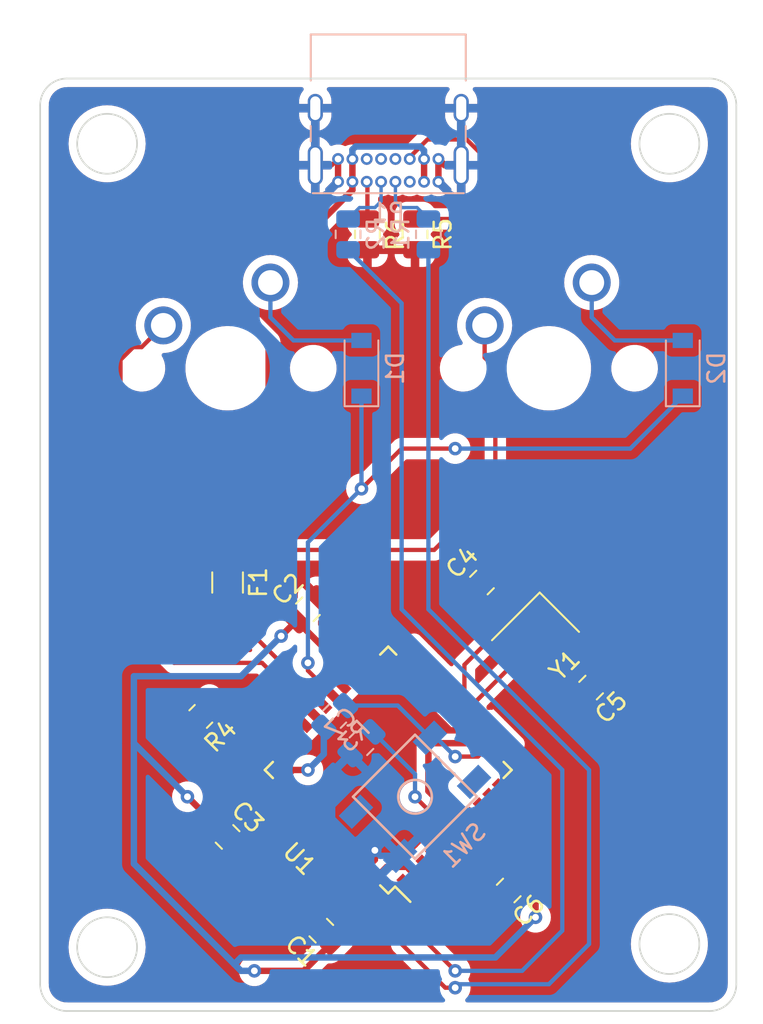
<source format=kicad_pcb>
(kicad_pcb (version 20211014) (generator pcbnew)
  (layers (0 "F.Cu" signal) (31 "B.Cu" signal) (34 "B.Paste" user) (35 "F.Paste" user) (36 "B.SilkS" user "B.Silkscreen") (37 "F.SilkS" user "F.Silkscreen") (38 "B.Mask" user) (39 "F.Mask" user) (44 "Edge.Cuts" user))
  (net 0 "")
  (net 1 "+5V")
  (net 2 "GND")
  (net 3 "Net-(C4-Pad2)")
  (net 4 "Net-(C5-Pad2)")
  (net 5 "Net-(C7-Pad1)")
  (net 6 "Row 0")
  (net 7 "Net-(D1-Pad2)")
  (net 8 "Net-(D2-Pad2)")
  (net 9 "VCC")
  (net 10 "Col 0")
  (net 11 "Col 1")
  (net 12 "Net-(R6-Pad1)")
  (net 13 "D+")
  (net 14 "D-")
  (net 15 "Net-(R5-Pad1)")
  (net 16 "Net-(R1-Pad2)")
  (net 17 "Net-(R2-Pad1)")
  (net 18 "Net-(R3-Pad2)")
  (net 19 "Net-(R4-Pad1)")
  (footprint "Resistor_SMD:R_0805_2012Metric" (layer "F.Cu") (at 109.5375 100.0125 -135)
    (fp_text reference "R4" (at 0 -1.65 45) (layer "F.SilkS"))
    (fp_text value "10k")
    (fp_line (start -0.227064 0.735) (end 0.227064 0.735) (layer "F.SilkS") (width 0.12))
    (fp_line (start -0.227064 -0.735) (end 0.227064 -0.735) (layer "F.SilkS") (width 0.12))
    (pad "1" smd roundrect (at -0.9125 0 225) (size 1.025 1.4) (layers "F.Cu" "F.Paste" "F.Mask") (roundrect_rratio 0.243902) (net 19 "Net-(R4-Pad1)"))
    (pad "2" smd roundrect (at 0.9125 0 225) (size 1.025 1.4) (layers "F.Cu" "F.Paste" "F.Mask") (roundrect_rratio 0.243902) (net 2 "GND"))
  )
  (footprint "Resistor_SMD:R_0805_2012Metric" (layer "F.Cu") (at 119.415 71.4375 -90)
    (fp_text reference "R6" (at 0 -1.65 90) (layer "F.SilkS"))
    (fp_text value "5.1k")
    (fp_line (start -0.227064 -0.735) (end 0.227064 -0.735) (layer "F.SilkS") (width 0.12))
    (fp_line (start -0.227064 0.735) (end 0.227064 0.735) (layer "F.SilkS") (width 0.12))
    (pad "1" smd roundrect (at -0.9125 0 270) (size 1.025 1.4) (layers "F.Cu" "F.Paste" "F.Mask") (roundrect_rratio 0.243902) (net 12 "Net-(R6-Pad1)"))
    (pad "2" smd roundrect (at 0.9125 0 270) (size 1.025 1.4) (layers "F.Cu" "F.Paste" "F.Mask") (roundrect_rratio 0.243902) (net 2 "GND"))
  )
  (footprint "Capacitor_SMD:C_0805_2012Metric" (layer "F.Cu") (at 111.125 107.15625 -45)
    (fp_text reference "C3" (at 0 -1.68 135) (layer "F.SilkS"))
    (fp_text value "0.1uF")
    (fp_line (start -0.261252 -0.735) (end 0.261252 -0.735) (layer "F.SilkS") (width 0.12))
    (fp_line (start -0.261252 0.735) (end 0.261252 0.735) (layer "F.SilkS") (width 0.12))
    (pad "1" smd roundrect (at -0.95 0 315) (size 1 1.45) (layers "F.Cu" "F.Paste" "F.Mask") (net 1 "+5V"))
    (pad "2" smd roundrect (at 0.95 0 315) (size 1 1.45) (layers "F.Cu" "F.Paste" "F.Mask") (net 2 "GND"))
  )
  (footprint "Fuse:Fuse_1206_3216Metric" (layer "F.Cu") (at 111.125 92.075 -90)
    (fp_text reference "F1" (at 0 -1.82 90) (layer "F.SilkS"))
    (fp_text value "Polyfuse_Small")
    (fp_line (start -0.602064 0.91) (end 0.602064 0.91) (layer "F.SilkS") (width 0.12))
    (fp_line (start -0.602064 -0.91) (end 0.602064 -0.91) (layer "F.SilkS") (width 0.12))
    (pad "1" smd roundrect (at -1.4 0 270) (size 1.25 1.75) (layers "F.Cu" "F.Paste" "F.Mask") (roundrect_rratio 0.2) (net 9 "VCC"))
    (pad "2" smd roundrect (at 1.4 0 270) (size 1.25 1.75) (layers "F.Cu" "F.Paste" "F.Mask") (roundrect_rratio 0.2) (net 1 "+5V"))
  )
  (footprint "Capacitor_SMD:C_0805_2012Metric" (layer "F.Cu") (at 126.20625 92.075 45)
    (fp_text reference "C4" (at 0 -1.68 45) (layer "F.SilkS"))
    (fp_text value "22pF")
    (fp_line (start -0.261252 0.735) (end 0.261252 0.735) (layer "F.SilkS") (width 0.12))
    (fp_line (start -0.261252 -0.735) (end 0.261252 -0.735) (layer "F.SilkS") (width 0.12))
    (pad "1" smd roundrect (at -0.95 0 45) (size 1 1.45) (layers "F.Cu" "F.Paste" "F.Mask") (net 2 "GND"))
    (pad "2" smd roundrect (at 0.95 0 45) (size 1 1.45) (layers "F.Cu" "F.Paste" "F.Mask") (net 3 "Net-(C4-Pad2)"))
  )
  (footprint "Capacitor_SMD:C_0805_2012Metric" (layer "F.Cu") (at 132.678249 98.303001 -135)
    (fp_text reference "C5" (at 0 -1.68 45) (layer "F.SilkS"))
    (fp_text value "22pF")
    (fp_line (start -0.261252 0.735) (end 0.261252 0.735) (layer "F.SilkS") (width 0.12))
    (fp_line (start -0.261252 -0.735) (end 0.261252 -0.735) (layer "F.SilkS") (width 0.12))
    (pad "1" smd roundrect (at -0.95 0 225) (size 1 1.45) (layers "F.Cu" "F.Paste" "F.Mask") (net 2 "GND"))
    (pad "2" smd roundrect (at 0.95 0 225) (size 1 1.45) (layers "F.Cu" "F.Paste" "F.Mask") (net 4 "Net-(C5-Pad2)"))
  )
  (footprint "Capacitor_SMD:C_0805_2012Metric" (layer "F.Cu") (at 115.8875 93.6625 45)
    (fp_text reference "C2" (at 0 -1.68 45) (layer "F.SilkS"))
    (fp_text value "0.1uF")
    (fp_line (start -0.261252 -0.735) (end 0.261252 -0.735) (layer "F.SilkS") (width 0.12))
    (fp_line (start -0.261252 0.735) (end 0.261252 0.735) (layer "F.SilkS") (width 0.12))
    (pad "1" smd roundrect (at -0.95 0 45) (size 1 1.45) (layers "F.Cu" "F.Paste" "F.Mask") (net 1 "+5V"))
    (pad "2" smd roundrect (at 0.95 0 45) (size 1 1.45) (layers "F.Cu" "F.Paste" "F.Mask") (net 2 "GND"))
  )
  (footprint "MX_Only:MXOnly-1U-NoLED" (layer "F.Cu") (at 130.175 79.375)
    (fp_text reference "MX2")
    (fp_text value "MX-NoLED")
    (pad "" np_thru_hole circle locked (at 5.08 0 48.0996) (size 1.75 1.75) (drill 1.75) (layers *.Cu *.Mask))
    (pad "" np_thru_hole circle locked (at 0 0) (size 3.9878 3.9878) (drill 3.9878) (layers *.Cu *.Mask))
    (pad "" np_thru_hole circle locked (at -5.08 0 48.0996) (size 1.75 1.75) (drill 1.75) (layers *.Cu *.Mask))
    (pad "1" thru_hole circle locked (at -3.81 -2.54) (size 2.25 2.25) (drill 1.47) (layers *.Cu "B.Mask") (net 11 "Col 1"))
    (pad "2" thru_hole circle locked (at 2.54 -5.08) (size 2.25 2.25) (drill 1.47) (layers *.Cu "B.Mask") (net 8 "Net-(D2-Pad2)"))
  )
  (footprint "Crystal:Crystal_SMD_3225-4Pin_3.2x2.5mm" (layer "F.Cu") (at 129.38125 95.25 -135)
    (fp_text reference "Y1" (at 0 -2.45 45) (layer "F.SilkS"))
    (fp_text value "16MHz")
    (fp_line (start -2 1.65) (end 2 1.65) (layer "F.SilkS") (width 0.12))
    (fp_line (start -2 -1.65) (end -2 1.65) (layer "F.SilkS") (width 0.12))
    (pad "1" smd rect (at -1.1 0.85 225) (size 1.4 1.2) (layers "F.Cu" "F.Paste" "F.Mask") (net 3 "Net-(C4-Pad2)"))
    (pad "2" smd rect (at 1.1 0.85 225) (size 1.4 1.2) (layers "F.Cu" "F.Paste" "F.Mask") (net 2 "GND"))
    (pad "3" smd rect (at 1.1 -0.85 225) (size 1.4 1.2) (layers "F.Cu" "F.Paste" "F.Mask") (net 4 "Net-(C5-Pad2)"))
    (pad "4" smd rect (at -1.1 -0.85 225) (size 1.4 1.2) (layers "F.Cu" "F.Paste" "F.Mask") (net 2 "GND"))
  )
  (footprint "Capacitor_SMD:C_0805_2012Metric" (layer "F.Cu") (at 127.79375 110.33125 -135)
    (fp_text reference "C6" (at 0 -1.68 45) (layer "F.SilkS"))
    (fp_text value "10uF")
    (fp_line (start -0.261252 0.735) (end 0.261252 0.735) (layer "F.SilkS") (width 0.12))
    (fp_line (start -0.261252 -0.735) (end 0.261252 -0.735) (layer "F.SilkS") (width 0.12))
    (pad "1" smd roundrect (at -0.95 0 225) (size 1 1.45) (layers "F.Cu" "F.Paste" "F.Mask") (net 1 "+5V"))
    (pad "2" smd roundrect (at 0.95 0 225) (size 1 1.45) (layers "F.Cu" "F.Paste" "F.Mask") (net 2 "GND"))
  )
  (footprint "Capacitor_SMD:C_0805_2012Metric" (layer "F.Cu") (at 116.68125 112.7125 135)
    (fp_text reference "C1" (at 0 -1.68 135) (layer "F.SilkS"))
    (fp_text value "0.1uF")
    (fp_line (start -0.261252 0.735) (end 0.261252 0.735) (layer "F.SilkS") (width 0.12))
    (fp_line (start -0.261252 -0.735) (end 0.261252 -0.735) (layer "F.SilkS") (width 0.12))
    (pad "1" smd roundrect (at -0.95 0 135) (size 1 1.45) (layers "F.Cu" "F.Paste" "F.Mask") (net 1 "+5V"))
    (pad "2" smd roundrect (at 0.95 0 135) (size 1 1.45) (layers "F.Cu" "F.Paste" "F.Mask") (net 2 "GND"))
  )
  (footprint "Resistor_SMD:R_0805_2012Metric" (layer "F.Cu") (at 122.2375 71.4375 -90)
    (fp_text reference "R5" (at 0 -1.65 90) (layer "F.SilkS"))
    (fp_text value "5.1k")
    (fp_line (start -0.227064 0.735) (end 0.227064 0.735) (layer "F.SilkS") (width 0.12))
    (fp_line (start -0.227064 -0.735) (end 0.227064 -0.735) (layer "F.SilkS") (width 0.12))
    (pad "1" smd roundrect (at -0.9125 0 270) (size 1.025 1.4) (layers "F.Cu" "F.Paste" "F.Mask") (roundrect_rratio 0.243902) (net 15 "Net-(R5-Pad1)"))
    (pad "2" smd roundrect (at 0.9125 0 270) (size 1.025 1.4) (layers "F.Cu" "F.Paste" "F.Mask") (roundrect_rratio 0.243902) (net 2 "GND"))
  )
  (footprint "Package_QFP:TQFP-44_10x10mm_P0.8mm" (layer "F.Cu") (at 120.65 103.1875 135)
    (fp_text reference "U1" (at 0 -7.45 135) (layer "F.SilkS"))
    (fp_text value "ATmega32U4-A")
    (fp_line (start -5.175 5.175) (end -5.175 4.5) (layer "F.SilkS") (width 0.15))
    (fp_line (start -5.175 -4.6) (end -6.45 -4.6) (layer "F.SilkS") (width 0.15))
    (fp_line (start 5.175 -5.175) (end 5.175 -4.5) (layer "F.SilkS") (width 0.15))
    (fp_line (start -5.175 5.175) (end -4.5 5.175) (layer "F.SilkS") (width 0.15))
    (fp_line (start 5.175 -5.175) (end 4.5 -5.175) (layer "F.SilkS") (width 0.15))
    (fp_line (start -5.175 -5.175) (end -5.175 -4.6) (layer "F.SilkS") (width 0.15))
    (fp_line (start 5.175 5.175) (end 4.5 5.175) (layer "F.SilkS") (width 0.15))
    (fp_line (start 5.175 5.175) (end 5.175 4.5) (layer "F.SilkS") (width 0.15))
    (fp_line (start -5.175 -5.175) (end -4.5 -5.175) (layer "F.SilkS") (width 0.15))
    (pad "1" smd rect (at -5.7 -4 135) (size 1.5 0.55) (layers "F.Cu" "F.Paste" "F.Mask"))
    (pad "2" smd rect (at -5.7 -3.2 135) (size 1.5 0.55) (layers "F.Cu" "F.Paste" "F.Mask") (net 1 "+5V"))
    (pad "3" smd rect (at -5.7 -2.4 135) (size 1.5 0.55) (layers "F.Cu" "F.Paste" "F.Mask") (net 16 "Net-(R1-Pad2)"))
    (pad "4" smd rect (at -5.7 -1.6 135) (size 1.5 0.55) (layers "F.Cu" "F.Paste" "F.Mask") (net 17 "Net-(R2-Pad1)"))
    (pad "5" smd rect (at -5.7 -0.8 135) (size 1.5 0.55) (layers "F.Cu" "F.Paste" "F.Mask") (net 2 "GND"))
    (pad "6" smd rect (at -5.7 0 135) (size 1.5 0.55) (layers "F.Cu" "F.Paste" "F.Mask") (net 5 "Net-(C7-Pad1)"))
    (pad "7" smd rect (at -5.7 0.8 135) (size 1.5 0.55) (layers "F.Cu" "F.Paste" "F.Mask") (net 1 "+5V"))
    (pad "8" smd rect (at -5.7 1.6 135) (size 1.5 0.55) (layers "F.Cu" "F.Paste" "F.Mask"))
    (pad "9" smd rect (at -5.7 2.4 135) (size 1.5 0.55) (layers "F.Cu" "F.Paste" "F.Mask"))
    (pad "10" smd rect (at -5.7 3.2 135) (size 1.5 0.55) (layers "F.Cu" "F.Paste" "F.Mask"))
    (pad "11" smd rect (at -5.7 4 135) (size 1.5 0.55) (layers "F.Cu" "F.Paste" "F.Mask"))
    (pad "12" smd rect (at -4 5.7 225) (size 1.5 0.55) (layers "F.Cu" "F.Paste" "F.Mask"))
    (pad "13" smd rect (at -3.2 5.7 225) (size 1.5 0.55) (layers "F.Cu" "F.Paste" "F.Mask") (net 18 "Net-(R3-Pad2)"))
    (pad "14" smd rect (at -2.4 5.7 225) (size 1.5 0.55) (layers "F.Cu" "F.Paste" "F.Mask") (net 1 "+5V"))
    (pad "15" smd rect (at -1.6 5.7 225) (size 1.5 0.55) (layers "F.Cu" "F.Paste" "F.Mask") (net 2 "GND"))
    (pad "16" smd rect (at -0.8 5.7 225) (size 1.5 0.55) (layers "F.Cu" "F.Paste" "F.Mask") (net 4 "Net-(C5-Pad2)"))
    (pad "17" smd rect (at 0 5.7 225) (size 1.5 0.55) (layers "F.Cu" "F.Paste" "F.Mask") (net 3 "Net-(C4-Pad2)"))
    (pad "18" smd rect (at 0.8 5.7 225) (size 1.5 0.55) (layers "F.Cu" "F.Paste" "F.Mask"))
    (pad "19" smd rect (at 1.6 5.7 225) (size 1.5 0.55) (layers "F.Cu" "F.Paste" "F.Mask"))
    (pad "20" smd rect (at 2.4 5.7 225) (size 1.5 0.55) (layers "F.Cu" "F.Paste" "F.Mask"))
    (pad "21" smd rect (at 3.2 5.7 225) (size 1.5 0.55) (layers "F.Cu" "F.Paste" "F.Mask"))
    (pad "22" smd rect (at 4 5.7 225) (size 1.5 0.55) (layers "F.Cu" "F.Paste" "F.Mask"))
    (pad "23" smd rect (at 5.7 4 135) (size 1.5 0.55) (layers "F.Cu" "F.Paste" "F.Mask") (net 2 "GND"))
    (pad "24" smd rect (at 5.7 3.2 135) (size 1.5 0.55) (layers "F.Cu" "F.Paste" "F.Mask") (net 1 "+5V"))
    (pad "25" smd rect (at 5.7 2.4 135) (size 1.5 0.55) (layers "F.Cu" "F.Paste" "F.Mask"))
    (pad "26" smd rect (at 5.7 1.6 135) (size 1.5 0.55) (layers "F.Cu" "F.Paste" "F.Mask"))
    (pad "27" smd rect (at 5.7 0.8 135) (size 1.5 0.55) (layers "F.Cu" "F.Paste" "F.Mask") (net 6 "Row 0"))
    (pad "28" smd rect (at 5.7 0 135) (size 1.5 0.55) (layers "F.Cu" "F.Paste" "F.Mask") (net 11 "Col 1"))
    (pad "29" smd rect (at 5.7 -0.8 135) (size 1.5 0.55) (layers "F.Cu" "F.Paste" "F.Mask") (net 10 "Col 0"))
    (pad "30" smd rect (at 5.7 -1.6 135) (size 1.5 0.55) (layers "F.Cu" "F.Paste" "F.Mask"))
    (pad "31" smd rect (at 5.7 -2.4 135) (size 1.5 0.55) (layers "F.Cu" "F.Paste" "F.Mask"))
    (pad "32" smd rect (at 5.7 -3.2 135) (size 1.5 0.55) (layers "F.Cu" "F.Paste" "F.Mask"))
    (pad "33" smd rect (at 5.7 -4 135) (size 1.5 0.55) (layers "F.Cu" "F.Paste" "F.Mask") (net 19 "Net-(R4-Pad1)"))
    (pad "34" smd rect (at 4 -5.7 225) (size 1.5 0.55) (layers "F.Cu" "F.Paste" "F.Mask") (net 1 "+5V"))
    (pad "35" smd rect (at 3.2 -5.7 225) (size 1.5 0.55) (layers "F.Cu" "F.Paste" "F.Mask") (net 2 "GND"))
    (pad "36" smd rect (at 2.4 -5.7 225) (size 1.5 0.55) (layers "F.Cu" "F.Paste" "F.Mask"))
    (pad "37" smd rect (at 1.6 -5.7 225) (size 1.5 0.55) (layers "F.Cu" "F.Paste" "F.Mask"))
    (pad "38" smd rect (at 0.8 -5.7 225) (size 1.5 0.55) (layers "F.Cu" "F.Paste" "F.Mask"))
    (pad "39" smd rect (at 0 -5.7 225) (size 1.5 0.55) (layers "F.Cu" "F.Paste" "F.Mask"))
    (pad "40" smd rect (at -0.8 -5.7 225) (size 1.5 0.55) (layers "F.Cu" "F.Paste" "F.Mask"))
    (pad "41" smd rect (at -1.6 -5.7 225) (size 1.5 0.55) (layers "F.Cu" "F.Paste" "F.Mask"))
    (pad "42" smd rect (at -2.4 -5.7 225) (size 1.5 0.55) (layers "F.Cu" "F.Paste" "F.Mask"))
    (pad "43" smd rect (at -3.2 -5.7 225) (size 1.5 0.55) (layers "F.Cu" "F.Paste" "F.Mask") (net 2 "GND"))
    (pad "44" smd rect (at -4 -5.7 225) (size 1.5 0.55) (layers "F.Cu" "F.Paste" "F.Mask") (net 1 "+5V"))
  )
  (footprint "MX_Only:MXOnly-1U-NoLED" (layer "F.Cu") (at 111.125 79.375)
    (fp_text reference "MX1")
    (fp_text value "MX-NoLED")
    (pad "" np_thru_hole circle locked (at 5.08 0 48.0996) (size 1.75 1.75) (drill 1.75) (layers *.Cu *.Mask))
    (pad "" np_thru_hole circle locked (at -5.08 0 48.0996) (size 1.75 1.75) (drill 1.75) (layers *.Cu *.Mask))
    (pad "" np_thru_hole circle locked (at 0 0) (size 3.9878 3.9878) (drill 3.9878) (layers *.Cu *.Mask))
    (pad "1" thru_hole circle locked (at -3.81 -2.54) (size 2.25 2.25) (drill 1.47) (layers *.Cu "B.Mask") (net 10 "Col 0"))
    (pad "2" thru_hole circle locked (at 2.54 -5.08) (size 2.25 2.25) (drill 1.47) (layers *.Cu "B.Mask") (net 7 "Net-(D1-Pad2)"))
  )
  (footprint "Resistor_SMD:R_0805_2012Metric" (layer "B.Cu") (at 117.475 100.0125 45)
    (fp_text reference "R3" (at 0 1.65 45) (layer "B.SilkS") (effects (justify mirror)))
    (fp_text value "10k")
    (fp_line (start -0.227064 0.735) (end 0.227064 0.735) (layer "B.SilkS") (width 0.12))
    (fp_line (start -0.227064 -0.735) (end 0.227064 -0.735) (layer "B.SilkS") (width 0.12))
    (pad "1" smd roundrect (at -0.9125 0 45) (size 1.025 1.4) (layers "B.Cu" "B.Paste" "B.Mask") (roundrect_rratio 0.243902) (net 1 "+5V"))
    (pad "2" smd roundrect (at 0.9125 0 45) (size 1.025 1.4) (layers "B.Cu" "B.Paste" "B.Mask") (roundrect_rratio 0.243902) (net 18 "Net-(R3-Pad2)"))
  )
  (footprint "Diode_SMD:D_SOD-123" (layer "B.Cu") (at 119.0625 79.375 90)
    (fp_text reference "D1" (at 0 2 90) (layer "B.SilkS") (effects (justify mirror)))
    (fp_text value "D_Small")
    (fp_line (start -2.25 1) (end -2.25 -1) (layer "B.SilkS") (width 0.12))
    (fp_line (start -2.25 1) (end 1.65 1) (layer "B.SilkS") (width 0.12))
    (fp_line (start -2.25 -1) (end 1.65 -1) (layer "B.SilkS") (width 0.12))
    (pad "1" smd rect (at -1.65 0 90) (size 0.9 1.2) (layers "B.Cu" "B.Paste" "B.Mask") (net 6 "Row 0"))
    (pad "2" smd rect (at 1.65 0 90) (size 0.9 1.2) (layers "B.Cu" "B.Paste" "B.Mask") (net 7 "Net-(D1-Pad2)"))
  )
  (footprint "random-keyboard-parts:SKQG-1155865" (layer "B.Cu") (at 122.2375 104.775 -135)
    (fp_text reference "SW1" (at 0 -4.064 45) (layer "B.SilkS") (effects (justify mirror)))
    (fp_text value "SW_Push")
    (fp_line (start 2.6 -2.6) (end -2.6 -2.6) (layer "B.SilkS") (width 0.15))
    (fp_line (start 2.6 2.6) (end 2.6 -2.6) (layer "B.SilkS") (width 0.15))
    (fp_line (start -2.6 2.6) (end 2.6 2.6) (layer "B.SilkS") (width 0.15))
    (fp_line (start -2.6 -2.6) (end -2.6 2.6) (layer "B.SilkS") (width 0.15))
    (fp_circle (center 0 0) (end 1 0) (layer "B.SilkS") (width 0.15) (fill none))
    (pad "1" smd rect locked (at 3.1 -1.85 225) (size 1.8 1.1) (layers "B.Cu" "B.Paste" "B.Mask") (net 2 "GND"))
    (pad "2" smd rect locked (at -3.1 1.85 225) (size 1.8 1.1) (layers "B.Cu" "B.Paste" "B.Mask") (net 18 "Net-(R3-Pad2)"))
    (pad "3" smd rect locked (at 3.1 1.85 225) (size 1.8 1.1) (layers "B.Cu" "B.Paste" "B.Mask"))
    (pad "4" smd rect locked (at -3.1 -1.85 225) (size 1.8 1.1) (layers "B.Cu" "B.Paste" "B.Mask"))
  )
  (footprint "Resistor_SMD:R_0805_2012Metric" (layer "B.Cu") (at 123.03125 71.4375 -90)
    (fp_text reference "R1" (at 0 1.65 90) (layer "B.SilkS") (effects (justify mirror)))
    (fp_text value "22")
    (fp_line (start -0.227064 -0.735) (end 0.227064 -0.735) (layer "B.SilkS") (width 0.12))
    (fp_line (start -0.227064 0.735) (end 0.227064 0.735) (layer "B.SilkS") (width 0.12))
    (pad "1" smd roundrect (at -0.9125 0 270) (size 1.025 1.4) (layers "B.Cu" "B.Paste" "B.Mask") (roundrect_rratio 0.243902) (net 14 "D-"))
    (pad "2" smd roundrect (at 0.9125 0 270) (size 1.025 1.4) (layers "B.Cu" "B.Paste" "B.Mask") (roundrect_rratio 0.243902) (net 16 "Net-(R1-Pad2)"))
  )
  (footprint "Connector_USB:USB_C_Receptacle_GCT_USB4085" (layer "B.Cu") (at 117.675 68.31875)
    (fp_text reference "P1" (at 2.975 1.8) (layer "B.SilkS") (effects (justify mirror)))
    (fp_text value "USB_C_Plug_USB2.0")
    (fp_line (start 7.57 -6) (end 7.57 -8.73) (layer "B.SilkS") (width 0.12))
    (fp_line (start -1.62 -2.4) (end -1.62 -3.3) (layer "B.SilkS") (width 0.12))
    (fp_line (start -1.62 -6) (end -1.62 -8.73) (layer "B.SilkS") (width 0.12))
    (fp_line (start -1.5 0.68) (end 7.45 0.68) (layer "B.SilkS") (width 0.12))
    (fp_line (start -1.62 -8.73) (end 7.57 -8.73) (layer "B.SilkS") (width 0.12))
    (fp_line (start 7.57 -2.4) (end 7.57 -3.3) (layer "B.SilkS") (width 0.12))
    (pad "A1" thru_hole circle (at 0 0) (size 0.7 0.7) (drill 0.4) (layers *.Cu *.Mask) (net 2 "GND"))
    (pad "A4" thru_hole circle (at 0.85 0) (size 0.7 0.7) (drill 0.4) (layers *.Cu *.Mask) (net 9 "VCC"))
    (pad "A5" thru_hole circle (at 1.7 0) (size 0.7 0.7) (drill 0.4) (layers *.Cu *.Mask) (net 12 "Net-(R6-Pad1)"))
    (pad "A6" thru_hole circle (at 2.55 0) (size 0.7 0.7) (drill 0.4) (layers *.Cu *.Mask) (net 13 "D+"))
    (pad "A7" thru_hole circle (at 3.4 0) (size 0.7 0.7) (drill 0.4) (layers *.Cu *.Mask) (net 14 "D-"))
    (pad "A8" thru_hole circle (at 4.25 0) (size 0.7 0.7) (drill 0.4) (layers *.Cu *.Mask))
    (pad "A9" thru_hole circle (at 5.1 0) (size 0.7 0.7) (drill 0.4) (layers *.Cu *.Mask) (net 9 "VCC"))
    (pad "A12" thru_hole circle (at 5.95 0) (size 0.7 0.7) (drill 0.4) (layers *.Cu *.Mask) (net 2 "GND"))
    (pad "B1" thru_hole circle (at 5.95 -1.35) (size 0.7 0.7) (drill 0.4) (layers *.Cu *.Mask) (net 2 "GND"))
    (pad "B4" thru_hole circle (at 5.1 -1.35) (size 0.7 0.7) (drill 0.4) (layers *.Cu *.Mask) (net 9 "VCC"))
    (pad "B5" thru_hole circle (at 4.25 -1.35) (size 0.7 0.7) (drill 0.4) (layers *.Cu *.Mask) (net 15 "Net-(R5-Pad1)"))
    (pad "B6" thru_hole circle (at 3.4 -1.35) (size 0.7 0.7) (drill 0.4) (layers *.Cu *.Mask))
    (pad "B7" thru_hole circle (at 2.55 -1.35) (size 0.7 0.7) (drill 0.4) (layers *.Cu *.Mask))
    (pad "B8" thru_hole circle (at 1.7 -1.35) (size 0.7 0.7) (drill 0.4) (layers *.Cu *.Mask))
    (pad "B9" thru_hole circle (at 0.85 -1.35) (size 0.7 0.7) (drill 0.4) (layers *.Cu *.Mask) (net 9 "VCC"))
    (pad "B12" thru_hole circle (at 0 -1.35) (size 0.7 0.7) (drill 0.4) (layers *.Cu *.Mask) (net 2 "GND"))
    (pad "S1" thru_hole oval (at -1.35 -0.98) (size 0.9 2.4) (drill oval 0.6 2.1) (layers *.Cu *.Mask) (net 2 "GND"))
    (pad "S1" thru_hole oval (at -1.35 -4.36) (size 0.9 1.7) (drill oval 0.6 1.4) (layers *.Cu *.Mask) (net 2 "GND"))
    (pad "S1" thru_hole oval (at 7.3 -0.98) (size 0.9 2.4) (drill oval 0.6 2.1) (layers *.Cu *.Mask) (net 2 "GND"))
    (pad "S1" thru_hole oval (at 7.3 -4.36) (size 0.9 1.7) (drill oval 0.6 1.4) (layers *.Cu *.Mask) (net 2 "GND"))
  )
  (footprint "Diode_SMD:D_SOD-123" (layer "B.Cu") (at 138.1125 79.375 90)
    (fp_text reference "D2" (at 0 2 90) (layer "B.SilkS") (effects (justify mirror)))
    (fp_text value "D_Small")
    (fp_line (start -2.25 -1) (end 1.65 -1) (layer "B.SilkS") (width 0.12))
    (fp_line (start -2.25 1) (end 1.65 1) (layer "B.SilkS") (width 0.12))
    (fp_line (start -2.25 1) (end -2.25 -1) (layer "B.SilkS") (width 0.12))
    (pad "1" smd rect (at -1.65 0 90) (size 0.9 1.2) (layers "B.Cu" "B.Paste" "B.Mask") (net 6 "Row 0"))
    (pad "2" smd rect (at 1.65 0 90) (size 0.9 1.2) (layers "B.Cu" "B.Paste" "B.Mask") (net 8 "Net-(D2-Pad2)"))
  )
  (footprint "Capacitor_SMD:C_0805_2012Metric" (layer "B.Cu") (at 119.0625 101.6 -135)
    (fp_text reference "C7" (at 0 1.679999 45) (layer "B.SilkS") (effects (justify mirror)))
    (fp_text value "1uF")
    (fp_line (start -0.261252 -0.735) (end 0.261252 -0.735) (layer "B.SilkS") (width 0.12))
    (fp_line (start -0.261252 0.735) (end 0.261252 0.735) (layer "B.SilkS") (width 0.12))
    (pad "1" smd roundrect (at -0.95 0 225) (size 1 1.45) (layers "B.Cu" "B.Paste" "B.Mask") (net 5 "Net-(C7-Pad1)"))
    (pad "2" smd roundrect (at 0.95 0 225) (size 1 1.45) (layers "B.Cu" "B.Paste" "B.Mask") (net 2 "GND"))
  )
  (footprint "Resistor_SMD:R_0805_2012Metric" (layer "B.Cu") (at 118.26875 71.4375 90)
    (fp_text reference "R2" (at 0 1.65 90) (layer "B.SilkS") (effects (justify mirror)))
    (fp_text value "22")
    (fp_line (start -0.227064 -0.735) (end 0.227064 -0.735) (layer "B.SilkS") (width 0.12))
    (fp_line (start -0.227064 0.735) (end 0.227064 0.735) (layer "B.SilkS") (width 0.12))
    (pad "1" smd roundrect (at -0.9125 0 90) (size 1.025 1.4) (layers "B.Cu" "B.Paste" "B.Mask") (roundrect_rratio 0.243902) (net 17 "Net-(R2-Pad1)"))
    (pad "2" smd roundrect (at 0.9125 0 90) (size 1.025 1.4) (layers "B.Cu" "B.Paste" "B.Mask") (roundrect_rratio 0.243902) (net 13 "D+"))
  )
  (gr_circle (center 137.31875 66.068628) (end 135.73125 65.274878) (layer "Edge.Cuts") (width 0.1) (fill none))
  (gr_circle (center 137.31875 113.50625) (end 135.73125 112.7125) (layer "Edge.Cuts") (width 0.1) (fill none))
  (gr_line (start 101.6 117.475) (end 139.7 117.475) (layer "Edge.Cuts") (width 0.1))
  (gr_circle (center 103.98125 66.068628) (end 102.39375 65.274878) (layer "Edge.Cuts") (width 0.1) (fill none))
  (gr_line (start 141.2875 115.8875) (end 141.2875 63.7875) (layer "Edge.Cuts") (width 0.1))
  (gr_arc (start 100.0125 63.7875) (mid 100.477468 62.664968) (end 101.6 62.2) (layer "Edge.Cuts") (width 0.1))
  (gr_arc (start 141.2875 115.8875) (mid 140.822532 117.010032) (end 139.7 117.475) (layer "Edge.Cuts") (width 0.1))
  (gr_arc (start 139.7 62.2) (mid 140.822532 62.664968) (end 141.2875 63.7875) (layer "Edge.Cuts") (width 0.1))
  (gr_line (start 100.0125 63.7875) (end 100.0125 115.8875) (layer "Edge.Cuts") (width 0.1))
  (gr_arc (start 101.6 117.475) (mid 100.477468 117.010032) (end 100.0125 115.8875) (layer "Edge.Cuts") (width 0.1))
  (gr_circle (center 103.98125 113.693628) (end 102.39375 112.899878) (layer "Edge.Cuts") (width 0.1) (fill none))
  (gr_line (start 139.7 62.2) (end 101.6 62.2) (layer "Edge.Cuts") (width 0.1))
  (segment (start 128.465501 109.659499) (end 128.25337 109.659499) (width 0.381) (layer "F.Cu") (net 1))
  (segment (start 117.353001 113.384251) (end 119.447918 111.289334) (width 0.381) (layer "F.Cu") (net 1))
  (segment (start 111.125 93.475) (end 114.356498 93.475) (width 0.381) (layer "F.Cu") (net 1))
  (segment (start 121.868649 108.931632) (end 120.562722 108.931632) (width 0.381) (layer "F.Cu") (net 1))
  (segment (start 115.215749 94.334251) (end 114.3 95.25) (width 0.381) (layer "F.Cu") (net 1))
  (segment (start 115.643502 115.09375) (end 117.353001 113.384251) (width 0.381) (layer "F.Cu") (net 1))
  (segment (start 123.03125 101.6) (end 123.03125 104.437379) (width 0.381) (layer "F.Cu") (net 1))
  (segment (start 120.562722 108.931632) (end 119.447918 110.046436) (width 0.381) (layer "F.Cu") (net 1))
  (segment (start 118.882233 96.89425) (end 118.035472 96.047489) (width 0.381) (layer "F.Cu") (net 1))
  (segment (start 128.25337 109.659499) (end 125.246194 106.652323) (width 0.381) (layer "F.Cu") (net 1))
  (segment (start 119.447918 111.289334) (end 119.447918 110.046436) (width 0.381) (layer "F.Cu") (net 1))
  (segment (start 114.993146 103.1875) (end 113.791064 104.389582) (width 0.381) (layer "F.Cu") (net 1))
  (segment (start 116.928987 96.047489) (end 115.215749 94.334251) (width 0.381) (layer "F.Cu") (net 1))
  (segment (start 118.035472 96.047489) (end 116.928987 96.047489) (width 0.381) (layer "F.Cu") (net 1))
  (segment (start 122.417767 109.48075) (end 121.868649 108.931632) (width 0.381) (layer "F.Cu") (net 1))
  (segment (start 125.631613 101.6) (end 123.03125 101.6) (width 0.381) (layer "F.Cu") (net 1))
  (segment (start 110.453249 106.484499) (end 112.548166 104.389582) (width 0.381) (layer "F.Cu") (net 1))
  (segment (start 126.377565 100.854048) (end 125.631613 101.6) (width 0.381) (layer "F.Cu") (net 1))
  (segment (start 114.356498 93.475) (end 115.215749 94.334251) (width 0.381) (layer "F.Cu") (net 1))
  (segment (start 112.548166 104.389582) (end 113.791064 104.389582) (width 0.381) (layer "F.Cu") (net 1))
  (segment (start 123.03125 104.437379) (end 125.246194 106.652323) (width 0.381) (layer "F.Cu") (net 1))
  (segment (start 129.38125 110.575248) (end 128.465501 109.659499) (width 0.381) (layer "F.Cu") (net 1))
  (segment (start 129.38125 111.91875) (end 129.38125 110.575248) (width 0.381) (layer "F.Cu") (net 1))
  (segment (start 108.74375 104.775) (end 110.453249 106.484499) (width 0.381) (layer "F.Cu") (net 1))
  (segment (start 115.8875 103.1875) (end 114.993146 103.1875) (width 0.381) (layer "F.Cu") (net 1))
  (segment (start 112.7125 115.09375) (end 115.643502 115.09375) (width 0.381) (layer "F.Cu") (net 1))
  (via (at 115.8875 103.1875) (size 0.8) (drill 0.4) (layers "F.Cu" "B.Cu") (net 1))
  (via (at 114.3 95.25) (size 0.8) (drill 0.4) (layers "F.Cu" "B.Cu") (net 1))
  (via (at 112.7125 115.09375) (size 0.8) (drill 0.4) (layers "F.Cu" "B.Cu") (net 1))
  (via (at 108.74375 104.775) (size 0.8) (drill 0.4) (layers "F.Cu" "B.Cu") (net 1))
  (via (at 129.38125 111.91875) (size 0.8) (drill 0.4) (layers "F.Cu" "B.Cu") (net 1))
  (segment (start 105.56875 101.6) (end 108.74375 104.775) (width 0.381) (layer "B.Cu") (net 1))
  (segment (start 111.521875 114.696875) (end 111.91875 114.3) (width 0.381) (layer "B.Cu") (net 1))
  (segment (start 111.91875 114.3) (end 113.50625 114.3) (width 0.381) (layer "B.Cu") (net 1))
  (segment (start 105.56875 97.63125) (end 105.56875 101.6) (width 0.381) (layer "B.Cu") (net 1))
  (segment (start 113.50625 114.3) (end 127 114.3) (width 0.381) (layer "B.Cu") (net 1))
  (segment (start 111.521875 114.696875) (end 111.91875 115.09375) (width 0.381) (layer "B.Cu") (net 1))
  (segment (start 111.91875 97.63125) (end 105.56875 97.63125) (width 0.381) (layer "B.Cu") (net 1))
  (segment (start 116.829765 102.245235) (end 115.8875 103.1875) (width 0.381) (layer "B.Cu") (net 1))
  (segment (start 114.3 95.25) (end 111.91875 97.63125) (width 0.381) (layer "B.Cu") (net 1))
  (segment (start 105.56875 101.6) (end 105.56875 108.74375) (width 0.381) (layer "B.Cu") (net 1))
  (segment (start 116.829765 100.657735) (end 116.829765 102.245235) (width 0.381) (layer "B.Cu") (net 1))
  (segment (start 111.91875 115.09375) (end 112.7125 115.09375) (width 0.381) (layer "B.Cu") (net 1))
  (segment (start 127 114.3) (end 129.38125 111.91875) (width 0.381) (layer "B.Cu") (net 1))
  (segment (start 105.56875 108.74375) (end 111.521875 114.696875) (width 0.381) (layer "B.Cu") (net 1))
  (segment (start 131.7625 94.070831) (end 130.760108 95.073223) (width 0.381) (layer "F.Cu") (net 2))
  (segment (start 130.791973 95.073223) (end 133.35 97.63125) (width 0.381) (layer "F.Cu") (net 2))
  (segment (start 130.760108 95.073223) (end 130.791973 95.073223) (width 0.381) (layer "F.Cu") (net 2))
  (segment (start 123.625 68.31875) (end 123.625 66.96875) (width 0.381) (layer "F.Cu") (net 2))
  (segment (start 119.85625 107.95) (end 119.85625 108.506733) (width 0.381) (layer "F.Cu") (net 2))
  (segment (start 108.74375 108.74375) (end 110.881002 108.74375) (width 0.381) (layer "F.Cu") (net 2))
  (segment (start 130.583331 95.25) (end 130.760108 95.073223) (width 0.381) (layer "F.Cu") (net 2))
  (segment (start 116.559251 92.990749) (end 119.447918 95.879416) (width 0.381) (layer "F.Cu") (net 2))
  (segment (start 125.534499 92.746751) (end 125.534499 91.159251) (width 0.381) (layer "F.Cu") (net 2))
  (segment (start 125.262761 100.837481) (end 123.956835 100.837481) (width 0.381) (layer "F.Cu") (net 2))
  (segment (start 128.179169 95.25) (end 130.583331 95.25) (width 0.381) (layer "F.Cu") (net 2))
  (segment (start 119.447918 95.879416) (end 119.447918 96.328564) (width 0.381) (layer "F.Cu") (net 2))
  (segment (start 124.975 63.95875) (end 116.325 63.95875) (width 0.381) (layer "F.Cu") (net 2))
  (segment (start 125.81188 100.288362) (end 125.262761 100.837481) (width 0.381) (layer "F.Cu") (net 2))
  (segment (start 116.009499 112.040749) (end 116.322234 112.040749) (width 0.381) (layer "F.Cu") (net 2))
  (segment (start 123.995 67.33875) (end 123.625 66.96875) (width 0.381) (layer "F.Cu") (net 2))
  (segment (start 107.15625 103.98125) (end 107.15625 107.15625) (width 0.381) (layer "F.Cu") (net 2))
  (segment (start 127.121999 110.79087) (end 124.114823 107.783694) (width 0.381) (layer "F.Cu") (net 2))
  (segment (start 127.79375 89.69375) (end 131.7625 93.6625) (width 0.381) (layer "F.Cu") (net 2))
  (segment (start 111.796751 107.515266) (end 114.35675 104.955267) (width 0.381) (layer "F.Cu") (net 2))
  (segment (start 116.325 67.33875) (end 117.305 67.33875) (width 0.254) (layer "F.Cu") (net 2))
  (segment (start 127 89.69375) (end 127.79375 89.69375) (width 0.381) (layer "F.Cu") (net 2))
  (segment (start 127.121999 111.003001) (end 127.121999 110.79087) (width 0.381) (layer "F.Cu") (net 2))
  (segment (start 125.534499 91.159251) (end 127 89.69375) (width 0.381) (layer "F.Cu") (net 2))
  (segment (start 111.796751 107.828001) (end 111.796751 107.515266) (width 0.381) (layer "F.Cu") (net 2))
  (segment (start 108.892265 102.245235) (end 107.15625 103.98125) (width 0.381) (layer "F.Cu") (net 2))
  (segment (start 131.7625 93.6625) (end 131.7625 94.070831) (width 0.381) (layer "F.Cu") (net 2))
  (segment (start 110.881002 108.74375) (end 111.796751 107.828001) (width 0.381) (layer "F.Cu") (net 2))
  (segment (start 107.15625 107.15625) (end 108.74375 108.74375) (width 0.381) (layer "F.Cu") (net 2))
  (segment (start 123.956835 100.837481) (end 119.447918 96.328564) (width 0.381) (layer "F.Cu") (net 2))
  (segment (start 116.322234 112.040749) (end 118.882233 109.48075) (width 0.381) (layer "F.Cu") (net 2))
  (segment (start 119.85625 108.506733) (end 118.882233 109.48075) (width 0.381) (layer "F.Cu") (net 2))
  (segment (start 108.892265 100.657735) (end 108.892265 102.245235) (width 0.381) (layer "F.Cu") (net 2))
  (segment (start 117.675 68.31875) (end 117.675 66.96875) (width 0.381) (layer "F.Cu") (net 2))
  (segment (start 116.325 67.33875) (end 116.325 63.95875) (width 0.254) (layer "F.Cu") (net 2))
  (segment (start 124.975 67.33875) (end 123.995 67.33875) (width 0.381) (layer "F.Cu") (net 2))
  (segment (start 117.305 67.33875) (end 117.675 66.96875) (width 0.254) (layer "F.Cu") (net 2))
  (segment (start 128.002392 95.426777) (end 128.179169 95.25) (width 0.381) (layer "F.Cu") (net 2))
  (via (at 119.85625 107.95) (size 0.8) (drill 0.4) (layers "F.Cu" "B.Cu") (net 2))
  (segment (start 118.390749 102.271751) (end 117.321996 103.340504) (width 0.381) (layer "B.Cu") (net 2))
  (segment (start 120.181429 108.275179) (end 119.85625 107.95) (width 0.381) (layer "B.Cu") (net 2))
  (segment (start 119.204074 107.95) (end 119.85625 107.95) (width 0.381) (layer "B.Cu") (net 2))
  (segment (start 117.321996 106.067922) (end 119.204074 107.95) (width 0.381) (layer "B.Cu") (net 2))
  (segment (start 121.353617 108.275179) (end 120.181429 108.275179) (width 0.381) (layer "B.Cu") (net 2))
  (segment (start 117.321996 103.340504) (end 117.321996 106.067922) (width 0.381) (layer "B.Cu") (net 2))
  (segment (start 127.090134 91.403249) (end 129.558027 93.871142) (width 0.254) (layer "F.Cu") (net 3))
  (segment (start 126.878001 91.403249) (end 127.090134 91.403249) (width 0.254) (layer "F.Cu") (net 3))
  (segment (start 129.558027 93.871142) (end 128.247729 93.871142) (width 0.254) (layer "F.Cu") (net 3))
  (segment (start 125.166127 96.952744) (end 125.166127 98.671373) (width 0.254) (layer "F.Cu") (net 3))
  (segment (start 128.247729 93.871142) (end 125.166127 96.952744) (width 0.254) (layer "F.Cu") (net 3))
  (segment (start 125.166127 98.671373) (end 124.680509 99.156991) (width 0.254) (layer "F.Cu") (net 3))
  (segment (start 131.550367 98.974752) (end 129.204473 96.628858) (width 0.254) (layer "F.Cu") (net 4))
  (segment (start 129.204473 96.628858) (end 128.340013 96.628858) (width 0.254) (layer "F.Cu") (net 4))
  (segment (start 132.006498 98.974752) (end 131.550367 98.974752) (width 0.254) (layer "F.Cu") (net 4))
  (segment (start 128.340013 96.628858) (end 125.246194 99.722677) (width 0.254) (layer "F.Cu") (net 4))
  (segment (start 122.2375 104.775) (end 124.680509 107.218009) (width 0.254) (layer "F.Cu") (net 5))
  (via (at 122.2375 104.775) (size 0.8) (drill 0.4) (layers "F.Cu" "B.Cu") (net 5))
  (segment (start 119.734251 100.928249) (end 122.2375 103.431498) (width 0.254) (layer "B.Cu") (net 5))
  (segment (start 122.2375 103.431498) (end 122.2375 104.775) (width 0.254) (layer "B.Cu") (net 5))
  (segment (start 115.8875 96.8375) (end 115.8875 97.293629) (width 0.254) (layer "F.Cu") (net 6))
  (segment (start 121.44375 84.1375) (end 119.0625 86.51875) (width 0.254) (layer "F.Cu") (net 6))
  (segment (start 124.61875 84.1375) (end 121.44375 84.1375) (width 0.254) (layer "F.Cu") (net 6))
  (segment (start 115.8875 97.293629) (end 117.185177 98.591306) (width 0.254) (layer "F.Cu") (net 6))
  (via (at 119.0625 86.51875) (size 0.8) (drill 0.4) (layers "F.Cu" "B.Cu") (net 6))
  (via (at 115.8875 96.8375) (size 0.8) (drill 0.4) (layers "F.Cu" "B.Cu") (net 6))
  (via (at 124.61875 84.1375) (size 0.8) (drill 0.4) (layers "F.Cu" "B.Cu") (net 6))
  (segment (start 135 84.1375) (end 124.61875 84.1375) (width 0.254) (layer "B.Cu") (net 6))
  (segment (start 119.0625 86.51875) (end 119.0625 81.025) (width 0.254) (layer "B.Cu") (net 6))
  (segment (start 138.1125 81.025) (end 135 84.1375) (width 0.254) (layer "B.Cu") (net 6))
  (segment (start 119.0625 86.51875) (end 115.8875 89.69375) (width 0.254) (layer "B.Cu") (net 6))
  (segment (start 115.8875 89.69375) (end 115.8875 96.8375) (width 0.254) (layer "B.Cu") (net 6))
  (segment (start 113.665 76.35875) (end 113.665 74.295) (width 0.254) (layer "B.Cu") (net 7))
  (segment (start 119.0625 77.725) (end 115.03125 77.725) (width 0.254) (layer "B.Cu") (net 7))
  (segment (start 115.03125 77.725) (end 113.665 76.35875) (width 0.254) (layer "B.Cu") (net 7))
  (segment (start 132.715 76.35875) (end 132.715 74.295) (width 0.254) (layer "B.Cu") (net 8))
  (segment (start 138.1125 77.725) (end 134.08125 77.725) (width 0.254) (layer "B.Cu") (net 8))
  (segment (start 134.08125 77.725) (end 132.715 76.35875) (width 0.254) (layer "B.Cu") (net 8))
  (segment (start 122.775 68.31875) (end 122.775 66.96875) (width 0.381) (layer "F.Cu") (net 9))
  (segment (start 113.558921 77.840171) (end 111.125 75.40625) (width 0.381) (layer "F.Cu") (net 9))
  (segment (start 113.558921 88.241079) (end 113.558921 77.840171) (width 0.381) (layer "F.Cu") (net 9))
  (segment (start 116.694974 70.64375) (end 118.525 68.813724) (width 0.381) (layer "F.Cu") (net 9))
  (segment (start 111.125 75.40625) (end 110.33125 75.40625) (width 0.381) (layer "F.Cu") (net 9))
  (segment (start 110.33125 73.81875) (end 113.50625 70.64375) (width 0.381) (layer "F.Cu") (net 9))
  (segment (start 118.525 68.31875) (end 118.525 66.96875) (width 0.381) (layer "F.Cu") (net 9))
  (segment (start 118.525 68.813724) (end 118.525 68.31875) (width 0.381) (layer "F.Cu") (net 9))
  (segment (start 110.33125 75.40625) (end 110.33125 73.81875) (width 0.381) (layer "F.Cu") (net 9))
  (segment (start 113.50625 70.64375) (end 116.694974 70.64375) (width 0.381) (layer "F.Cu") (net 9))
  (segment (start 111.125 90.675) (end 113.558921 88.241079) (width 0.381) (layer "F.Cu") (net 9))
  (segment (start 118.71501 66.228739) (end 118.525 66.418749) (width 0.381) (layer "B.Cu") (net 9))
  (segment (start 118.525 66.418749) (end 118.525 66.96875) (width 0.381) (layer "B.Cu") (net 9))
  (segment (start 122.529963 66.228739) (end 118.71501 66.228739) (width 0.381) (layer "B.Cu") (net 9))
  (segment (start 122.775 66.96875) (end 122.775 66.473776) (width 0.381) (layer "B.Cu") (net 9))
  (segment (start 122.775 66.473776) (end 122.529963 66.228739) (width 0.381) (layer "B.Cu") (net 9))
  (segment (start 107.95 96.8375) (end 113.168629 96.8375) (width 0.254) (layer "F.Cu") (net 10))
  (segment (start 113.168629 96.8375) (end 116.053806 99.722677) (width 0.254) (layer "F.Cu") (net 10))
  (segment (start 107.315 76.835) (end 106.026521 78.123479) (width 0.254) (layer "F.Cu") (net 10))
  (segment (start 104.775 78.875081) (end 104.775 93.6625) (width 0.254) (layer "F.Cu") (net 10))
  (segment (start 106.026521 78.123479) (end 105.526602 78.123479) (width 0.254) (layer "F.Cu") (net 10))
  (segment (start 105.526602 78.123479) (end 104.775 78.875081) (width 0.254) (layer "F.Cu") (net 10))
  (segment (start 104.775 93.6625) (end 107.95 96.8375) (width 0.254) (layer "F.Cu") (net 10))
  (segment (start 127 86.51875) (end 127 79.375) (width 0.254) (layer "F.Cu") (net 11))
  (segment (start 123.37652 90.14223) (end 113.50625 90.14223) (width 0.254) (layer "F.Cu") (net 11))
  (segment (start 127 79.375) (end 126.365 78.74) (width 0.254) (layer "F.Cu") (net 11))
  (segment (start 109.5375 95.25) (end 112.7125 95.25) (width 0.254) (layer "F.Cu") (net 11))
  (segment (start 111.57348 92.075) (end 109.5375 92.075) (width 0.254) (layer "F.Cu") (net 11))
  (segment (start 126.365 78.74) (end 126.365 76.835) (width 0.254) (layer "F.Cu") (net 11))
  (segment (start 113.50625 90.14223) (end 111.57348 92.075) (width 0.254) (layer "F.Cu") (net 11))
  (segment (start 127 86.51875) (end 123.37652 90.14223) (width 0.254) (layer "F.Cu") (net 11))
  (segment (start 126.365 76.835) (end 126.20625 76.99375) (width 0.254) (layer "F.Cu") (net 11))
  (segment (start 112.7125 95.25) (end 116.619491 99.156991) (width 0.254) (layer "F.Cu") (net 11))
  (segment (start 109.5375 92.075) (end 109.5375 95.25) (width 0.254) (layer "F.Cu") (net 11))
  (segment (start 119.415 68.35875) (end 119.375 68.31875) (width 0.254) (layer "F.Cu") (net 12))
  (segment (start 119.415 70.525) (end 119.415 68.35875) (width 0.254) (layer "F.Cu") (net 12))
  (segment (start 118.94375 69.85) (end 119.85625 69.85) (width 0.2) (layer "B.Cu") (net 13))
  (segment (start 119.85625 69.85) (end 120.225 69.48125) (width 0.2) (layer "B.Cu") (net 13))
  (segment (start 120.225 69.48125) (end 120.225 68.31875) (width 0.2) (layer "B.Cu") (net 13))
  (segment (start 118.26875 70.525) (end 118.94375 69.85) (width 0.2) (layer "B.Cu") (net 13))
  (segment (start 121.44375 69.85) (end 121.075 69.48125) (width 0.2) (layer "B.Cu") (net 14))
  (segment (start 123.03125 70.525) (end 122.35625 69.85) (width 0.2) (layer "B.Cu") (net 14))
  (segment (start 121.075 69.48125) (end 121.075 68.31875) (width 0.2) (layer "B.Cu") (net 14))
  (segment (start 122.35625 69.85) (end 121.44375 69.85) (width 0.2) (layer "B.Cu") (net 14))
  (segment (start 127 68.2625) (end 124.7375 70.525) (width 0.254) (layer "F.Cu") (net 15))
  (segment (start 124.7375 70.525) (end 122.2375 70.525) (width 0.254) (layer "F.Cu") (net 15))
  (segment (start 122.974788 65.81223) (end 125.296645 65.81223) (width 0.254) (layer "F.Cu") (net 15))
  (segment (start 127 67.515585) (end 127 68.2625) (width 0.254) (layer "F.Cu") (net 15))
  (segment (start 121.925 66.96875) (end 121.925 66.862018) (width 0.254) (layer "F.Cu") (net 15))
  (segment (start 125.296645 65.81223) (end 127 67.515585) (width 0.254) (layer "F.Cu") (net 15))
  (segment (start 121.925 66.862018) (end 122.974788 65.81223) (width 0.254) (layer "F.Cu") (net 15))
  (segment (start 123.469071 109.951876) (end 123.469071 109.400684) (width 0.254) (layer "F.Cu") (net 16))
  (segment (start 124.030753 116.093253) (end 121.44375 113.50625) (width 0.254) (layer "F.Cu") (net 16))
  (segment (start 124.61875 116.093253) (end 124.030753 116.093253) (width 0.254) (layer "F.Cu") (net 16))
  (segment (start 121.44375 111.977197) (end 123.469071 109.951876) (width 0.254) (layer "F.Cu") (net 16))
  (segment (start 121.44375 113.50625) (end 121.44375 111.977197) (width 0.254) (layer "F.Cu") (net 16))
  (segment (start 123.469071 109.400684) (end 122.983452 108.915065) (width 0.254) (layer "F.Cu") (net 16))
  (via (at 124.61875 116.093253) (size 0.8) (drill 0.4) (layers "F.Cu" "B.Cu") (net 16))
  (segment (start 123.03125 92.075) (end 123.03125 93.6625) (width 0.254) (layer "B.Cu") (net 16))
  (segment (start 123.03125 93.6625) (end 132.55625 103.1875) (width 0.254) (layer "B.Cu") (net 16))
  (segment (start 123.03125 72.35) (end 123.03125 92.075) (width 0.254) (layer "B.Cu") (net 16))
  (segment (start 132.55625 113.50625) (end 130.175 115.8875) (width 0.254) (layer "B.Cu") (net 16))
  (segment (start 124.824503 115.8875) (end 124.61875 116.093253) (width 0.254) (layer "B.Cu") (net 16))
  (segment (start 132.55625 103.1875) (end 132.55625 113.50625) (width 0.254) (layer "B.Cu") (net 16))
  (segment (start 130.175 115.8875) (end 124.824503 115.8875) (width 0.254) (layer "B.Cu") (net 16))
  (segment (start 124.034756 110.915244) (end 124.034756 108.834998) (width 0.254) (layer "F.Cu") (net 17))
  (segment (start 124.61875 115.09375) (end 123.03125 113.50625) (width 0.254) (layer "F.Cu") (net 17))
  (segment (start 123.03125 113.50625) (end 123.03125 111.91875) (width 0.254) (layer "F.Cu") (net 17))
  (segment (start 123.03125 111.91875) (end 124.034756 110.915244) (width 0.254) (layer "F.Cu") (net 17))
  (segment (start 124.034756 108.834998) (end 123.549138 108.34938) (width 0.254) (layer "F.Cu") (net 17))
  (via (at 124.61875 115.09375) (size 0.8) (drill 0.4) (layers "F.Cu" "B.Cu") (net 17))
  (segment (start 130.96875 112.7125) (end 128.5875 115.09375) (width 0.254) (layer "B.Cu") (net 17))
  (segment (start 121.44375 75.525) (end 121.44375 92.075) (width 0.254) (layer "B.Cu") (net 17))
  (segment (start 128.5875 115.09375) (end 124.61875 115.09375) (width 0.254) (layer "B.Cu") (net 17))
  (segment (start 121.44375 93.6625) (end 130.96875 103.1875) (width 0.254) (layer "B.Cu") (net 17))
  (segment (start 121.44375 92.075) (end 121.44375 93.6625) (width 0.254) (layer "B.Cu") (net 17))
  (segment (start 130.96875 103.1875) (end 130.96875 112.7125) (width 0.254) (layer "B.Cu") (net 17))
  (segment (start 118.26875 72.35) (end 121.44375 75.525) (width 0.254) (layer "B.Cu") (net 17))
  (segment (start 125.969233 102.39375) (end 126.94325 101.419733) (width 0.254) (layer "F.Cu") (net 18))
  (segment (start 124.61875 102.39375) (end 125.969233 102.39375) (width 0.254) (layer "F.Cu") (net 18))
  (via (at 124.61875 102.39375) (size 0.8) (drill 0.4) (layers "F.Cu" "B.Cu") (net 18))
  (segment (start 123.121383 101.274821) (end 121.213827 99.367265) (width 0.254) (layer "B.Cu") (net 18))
  (segment (start 123.499821 101.274821) (end 124.61875 102.39375) (width 0.254) (layer "B.Cu") (net 18))
  (segment (start 123.121383 101.274821) (end 123.499821 101.274821) (width 0.254) (layer "B.Cu") (net 18))
  (segment (start 121.213827 99.367265) (end 118.120235 99.367265) (width 0.254) (layer "B.Cu") (net 18))
  (segment (start 110.33125 99.21875) (end 111.91875 99.21875) (width 0.254) (layer "F.Cu") (net 19))
  (segment (start 111.91875 99.21875) (end 111.91875 100.113104) (width 0.254) (layer "F.Cu") (net 19))
  (segment (start 110.182735 99.367265) (end 110.33125 99.21875) (width 0.254) (layer "F.Cu") (net 19))
  (segment (start 111.91875 100.113104) (end 113.791064 101.985418) (width 0.254) (layer "F.Cu") (net 19))
  (zone (net 2) (net_name "GND") (layer "F.Cu") (connect_pads (clearance 0.508)) (min_thickness 0.254) (fill yes (thermal_gap 0.508) (thermal_bridge_width 0.508))
    (polygon (pts (xy 142.875 118.26875) (xy 97.63125 118.26875) (xy 97.63125 59.53125) (xy 142.08125 59.53125)))
  )
  (zone (net 2) (net_name "GND") (layer "B.Cu") (connect_pads (clearance 0.508)) (min_thickness 0.254) (fill yes (thermal_gap 0.508) (thermal_bridge_width 0.508))
    (polygon (pts (xy 142.875 118.26875) (xy 97.63125 118.26875) (xy 97.63125 59.53125) (xy 142.08125 59.53125)))
  )
)
</source>
